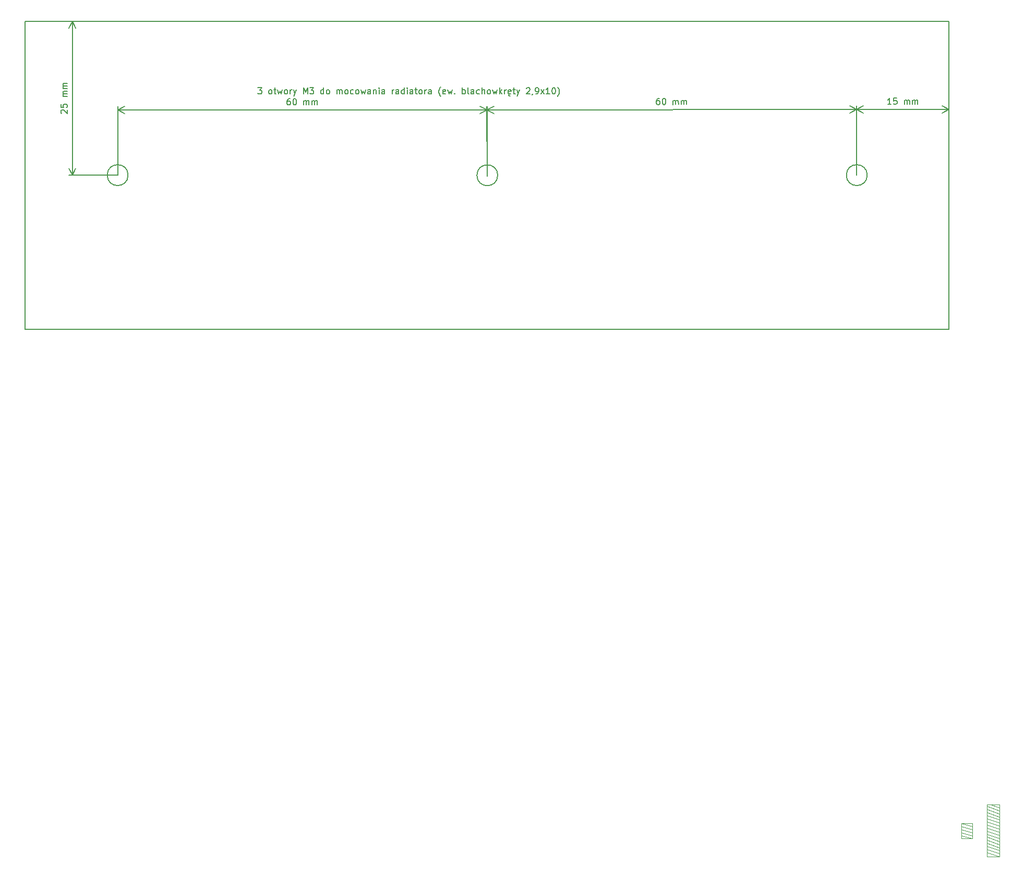
<source format=gbr>
%TF.GenerationSoftware,KiCad,Pcbnew,(5.1.12)-1*%
%TF.CreationDate,2023-01-04T10:21:47+01:00*%
%TF.ProjectId,current3Av2,63757272-656e-4743-9341-76322e6b6963,1.0*%
%TF.SameCoordinates,Original*%
%TF.FileFunction,OtherDrawing,Comment*%
%FSLAX46Y46*%
G04 Gerber Fmt 4.6, Leading zero omitted, Abs format (unit mm)*
G04 Created by KiCad (PCBNEW (5.1.12)-1) date 2023-01-04 10:21:47*
%MOMM*%
%LPD*%
G01*
G04 APERTURE LIST*
%ADD10C,0.150000*%
%ADD11C,0.100000*%
G04 APERTURE END LIST*
D10*
X37755400Y-13752580D02*
X38374447Y-13752580D01*
X38041114Y-14133533D01*
X38183971Y-14133533D01*
X38279209Y-14181152D01*
X38326828Y-14228771D01*
X38374447Y-14324009D01*
X38374447Y-14562104D01*
X38326828Y-14657342D01*
X38279209Y-14704961D01*
X38183971Y-14752580D01*
X37898257Y-14752580D01*
X37803019Y-14704961D01*
X37755400Y-14657342D01*
X39707780Y-14752580D02*
X39612542Y-14704961D01*
X39564923Y-14657342D01*
X39517304Y-14562104D01*
X39517304Y-14276390D01*
X39564923Y-14181152D01*
X39612542Y-14133533D01*
X39707780Y-14085914D01*
X39850638Y-14085914D01*
X39945876Y-14133533D01*
X39993495Y-14181152D01*
X40041114Y-14276390D01*
X40041114Y-14562104D01*
X39993495Y-14657342D01*
X39945876Y-14704961D01*
X39850638Y-14752580D01*
X39707780Y-14752580D01*
X40326828Y-14085914D02*
X40707780Y-14085914D01*
X40469685Y-13752580D02*
X40469685Y-14609723D01*
X40517304Y-14704961D01*
X40612542Y-14752580D01*
X40707780Y-14752580D01*
X40945876Y-14085914D02*
X41136352Y-14752580D01*
X41326828Y-14276390D01*
X41517304Y-14752580D01*
X41707780Y-14085914D01*
X42231590Y-14752580D02*
X42136352Y-14704961D01*
X42088733Y-14657342D01*
X42041114Y-14562104D01*
X42041114Y-14276390D01*
X42088733Y-14181152D01*
X42136352Y-14133533D01*
X42231590Y-14085914D01*
X42374447Y-14085914D01*
X42469685Y-14133533D01*
X42517304Y-14181152D01*
X42564923Y-14276390D01*
X42564923Y-14562104D01*
X42517304Y-14657342D01*
X42469685Y-14704961D01*
X42374447Y-14752580D01*
X42231590Y-14752580D01*
X42993495Y-14752580D02*
X42993495Y-14085914D01*
X42993495Y-14276390D02*
X43041114Y-14181152D01*
X43088733Y-14133533D01*
X43183971Y-14085914D01*
X43279209Y-14085914D01*
X43517304Y-14085914D02*
X43755400Y-14752580D01*
X43993495Y-14085914D02*
X43755400Y-14752580D01*
X43660161Y-14990676D01*
X43612542Y-15038295D01*
X43517304Y-15085914D01*
X45136352Y-14752580D02*
X45136352Y-13752580D01*
X45469685Y-14466866D01*
X45803019Y-13752580D01*
X45803019Y-14752580D01*
X46183971Y-13752580D02*
X46803019Y-13752580D01*
X46469685Y-14133533D01*
X46612542Y-14133533D01*
X46707780Y-14181152D01*
X46755400Y-14228771D01*
X46803019Y-14324009D01*
X46803019Y-14562104D01*
X46755400Y-14657342D01*
X46707780Y-14704961D01*
X46612542Y-14752580D01*
X46326828Y-14752580D01*
X46231590Y-14704961D01*
X46183971Y-14657342D01*
X48422066Y-14752580D02*
X48422066Y-13752580D01*
X48422066Y-14704961D02*
X48326828Y-14752580D01*
X48136352Y-14752580D01*
X48041114Y-14704961D01*
X47993495Y-14657342D01*
X47945876Y-14562104D01*
X47945876Y-14276390D01*
X47993495Y-14181152D01*
X48041114Y-14133533D01*
X48136352Y-14085914D01*
X48326828Y-14085914D01*
X48422066Y-14133533D01*
X49041114Y-14752580D02*
X48945876Y-14704961D01*
X48898257Y-14657342D01*
X48850638Y-14562104D01*
X48850638Y-14276390D01*
X48898257Y-14181152D01*
X48945876Y-14133533D01*
X49041114Y-14085914D01*
X49183971Y-14085914D01*
X49279209Y-14133533D01*
X49326828Y-14181152D01*
X49374447Y-14276390D01*
X49374447Y-14562104D01*
X49326828Y-14657342D01*
X49279209Y-14704961D01*
X49183971Y-14752580D01*
X49041114Y-14752580D01*
X50564923Y-14752580D02*
X50564923Y-14085914D01*
X50564923Y-14181152D02*
X50612542Y-14133533D01*
X50707780Y-14085914D01*
X50850638Y-14085914D01*
X50945876Y-14133533D01*
X50993495Y-14228771D01*
X50993495Y-14752580D01*
X50993495Y-14228771D02*
X51041114Y-14133533D01*
X51136352Y-14085914D01*
X51279209Y-14085914D01*
X51374447Y-14133533D01*
X51422066Y-14228771D01*
X51422066Y-14752580D01*
X52041114Y-14752580D02*
X51945876Y-14704961D01*
X51898257Y-14657342D01*
X51850638Y-14562104D01*
X51850638Y-14276390D01*
X51898257Y-14181152D01*
X51945876Y-14133533D01*
X52041114Y-14085914D01*
X52183971Y-14085914D01*
X52279209Y-14133533D01*
X52326828Y-14181152D01*
X52374447Y-14276390D01*
X52374447Y-14562104D01*
X52326828Y-14657342D01*
X52279209Y-14704961D01*
X52183971Y-14752580D01*
X52041114Y-14752580D01*
X53231590Y-14704961D02*
X53136352Y-14752580D01*
X52945876Y-14752580D01*
X52850638Y-14704961D01*
X52803019Y-14657342D01*
X52755400Y-14562104D01*
X52755400Y-14276390D01*
X52803019Y-14181152D01*
X52850638Y-14133533D01*
X52945876Y-14085914D01*
X53136352Y-14085914D01*
X53231590Y-14133533D01*
X53803019Y-14752580D02*
X53707780Y-14704961D01*
X53660161Y-14657342D01*
X53612542Y-14562104D01*
X53612542Y-14276390D01*
X53660161Y-14181152D01*
X53707780Y-14133533D01*
X53803019Y-14085914D01*
X53945876Y-14085914D01*
X54041114Y-14133533D01*
X54088733Y-14181152D01*
X54136352Y-14276390D01*
X54136352Y-14562104D01*
X54088733Y-14657342D01*
X54041114Y-14704961D01*
X53945876Y-14752580D01*
X53803019Y-14752580D01*
X54469685Y-14085914D02*
X54660161Y-14752580D01*
X54850638Y-14276390D01*
X55041114Y-14752580D01*
X55231590Y-14085914D01*
X56041114Y-14752580D02*
X56041114Y-14228771D01*
X55993495Y-14133533D01*
X55898257Y-14085914D01*
X55707780Y-14085914D01*
X55612542Y-14133533D01*
X56041114Y-14704961D02*
X55945876Y-14752580D01*
X55707780Y-14752580D01*
X55612542Y-14704961D01*
X55564923Y-14609723D01*
X55564923Y-14514485D01*
X55612542Y-14419247D01*
X55707780Y-14371628D01*
X55945876Y-14371628D01*
X56041114Y-14324009D01*
X56517304Y-14085914D02*
X56517304Y-14752580D01*
X56517304Y-14181152D02*
X56564923Y-14133533D01*
X56660161Y-14085914D01*
X56803019Y-14085914D01*
X56898257Y-14133533D01*
X56945876Y-14228771D01*
X56945876Y-14752580D01*
X57422066Y-14752580D02*
X57422066Y-14085914D01*
X57422066Y-13752580D02*
X57374447Y-13800200D01*
X57422066Y-13847819D01*
X57469685Y-13800200D01*
X57422066Y-13752580D01*
X57422066Y-13847819D01*
X58326828Y-14752580D02*
X58326828Y-14228771D01*
X58279209Y-14133533D01*
X58183971Y-14085914D01*
X57993495Y-14085914D01*
X57898257Y-14133533D01*
X58326828Y-14704961D02*
X58231590Y-14752580D01*
X57993495Y-14752580D01*
X57898257Y-14704961D01*
X57850638Y-14609723D01*
X57850638Y-14514485D01*
X57898257Y-14419247D01*
X57993495Y-14371628D01*
X58231590Y-14371628D01*
X58326828Y-14324009D01*
X59564923Y-14752580D02*
X59564923Y-14085914D01*
X59564923Y-14276390D02*
X59612542Y-14181152D01*
X59660161Y-14133533D01*
X59755400Y-14085914D01*
X59850638Y-14085914D01*
X60612542Y-14752580D02*
X60612542Y-14228771D01*
X60564923Y-14133533D01*
X60469685Y-14085914D01*
X60279209Y-14085914D01*
X60183971Y-14133533D01*
X60612542Y-14704961D02*
X60517304Y-14752580D01*
X60279209Y-14752580D01*
X60183971Y-14704961D01*
X60136352Y-14609723D01*
X60136352Y-14514485D01*
X60183971Y-14419247D01*
X60279209Y-14371628D01*
X60517304Y-14371628D01*
X60612542Y-14324009D01*
X61517304Y-14752580D02*
X61517304Y-13752580D01*
X61517304Y-14704961D02*
X61422066Y-14752580D01*
X61231590Y-14752580D01*
X61136352Y-14704961D01*
X61088733Y-14657342D01*
X61041114Y-14562104D01*
X61041114Y-14276390D01*
X61088733Y-14181152D01*
X61136352Y-14133533D01*
X61231590Y-14085914D01*
X61422066Y-14085914D01*
X61517304Y-14133533D01*
X61993495Y-14752580D02*
X61993495Y-14085914D01*
X61993495Y-13752580D02*
X61945876Y-13800200D01*
X61993495Y-13847819D01*
X62041114Y-13800200D01*
X61993495Y-13752580D01*
X61993495Y-13847819D01*
X62898257Y-14752580D02*
X62898257Y-14228771D01*
X62850638Y-14133533D01*
X62755400Y-14085914D01*
X62564923Y-14085914D01*
X62469685Y-14133533D01*
X62898257Y-14704961D02*
X62803019Y-14752580D01*
X62564923Y-14752580D01*
X62469685Y-14704961D01*
X62422066Y-14609723D01*
X62422066Y-14514485D01*
X62469685Y-14419247D01*
X62564923Y-14371628D01*
X62803019Y-14371628D01*
X62898257Y-14324009D01*
X63231590Y-14085914D02*
X63612542Y-14085914D01*
X63374447Y-13752580D02*
X63374447Y-14609723D01*
X63422066Y-14704961D01*
X63517304Y-14752580D01*
X63612542Y-14752580D01*
X64088733Y-14752580D02*
X63993495Y-14704961D01*
X63945876Y-14657342D01*
X63898257Y-14562104D01*
X63898257Y-14276390D01*
X63945876Y-14181152D01*
X63993495Y-14133533D01*
X64088733Y-14085914D01*
X64231590Y-14085914D01*
X64326828Y-14133533D01*
X64374447Y-14181152D01*
X64422066Y-14276390D01*
X64422066Y-14562104D01*
X64374447Y-14657342D01*
X64326828Y-14704961D01*
X64231590Y-14752580D01*
X64088733Y-14752580D01*
X64850638Y-14752580D02*
X64850638Y-14085914D01*
X64850638Y-14276390D02*
X64898257Y-14181152D01*
X64945876Y-14133533D01*
X65041114Y-14085914D01*
X65136352Y-14085914D01*
X65898257Y-14752580D02*
X65898257Y-14228771D01*
X65850638Y-14133533D01*
X65755400Y-14085914D01*
X65564923Y-14085914D01*
X65469685Y-14133533D01*
X65898257Y-14704961D02*
X65803019Y-14752580D01*
X65564923Y-14752580D01*
X65469685Y-14704961D01*
X65422066Y-14609723D01*
X65422066Y-14514485D01*
X65469685Y-14419247D01*
X65564923Y-14371628D01*
X65803019Y-14371628D01*
X65898257Y-14324009D01*
X67422066Y-15133533D02*
X67374447Y-15085914D01*
X67279209Y-14943057D01*
X67231590Y-14847819D01*
X67183971Y-14704961D01*
X67136352Y-14466866D01*
X67136352Y-14276390D01*
X67183971Y-14038295D01*
X67231590Y-13895438D01*
X67279209Y-13800200D01*
X67374447Y-13657342D01*
X67422066Y-13609723D01*
X68183971Y-14704961D02*
X68088733Y-14752580D01*
X67898257Y-14752580D01*
X67803019Y-14704961D01*
X67755400Y-14609723D01*
X67755400Y-14228771D01*
X67803019Y-14133533D01*
X67898257Y-14085914D01*
X68088733Y-14085914D01*
X68183971Y-14133533D01*
X68231590Y-14228771D01*
X68231590Y-14324009D01*
X67755400Y-14419247D01*
X68564923Y-14085914D02*
X68755400Y-14752580D01*
X68945876Y-14276390D01*
X69136352Y-14752580D01*
X69326828Y-14085914D01*
X69707780Y-14657342D02*
X69755400Y-14704961D01*
X69707780Y-14752580D01*
X69660161Y-14704961D01*
X69707780Y-14657342D01*
X69707780Y-14752580D01*
X70945876Y-14752580D02*
X70945876Y-13752580D01*
X70945876Y-14133533D02*
X71041114Y-14085914D01*
X71231590Y-14085914D01*
X71326828Y-14133533D01*
X71374447Y-14181152D01*
X71422066Y-14276390D01*
X71422066Y-14562104D01*
X71374447Y-14657342D01*
X71326828Y-14704961D01*
X71231590Y-14752580D01*
X71041114Y-14752580D01*
X70945876Y-14704961D01*
X71993495Y-14752580D02*
X71898257Y-14704961D01*
X71850638Y-14609723D01*
X71850638Y-13752580D01*
X72803019Y-14752580D02*
X72803019Y-14228771D01*
X72755400Y-14133533D01*
X72660161Y-14085914D01*
X72469685Y-14085914D01*
X72374447Y-14133533D01*
X72803019Y-14704961D02*
X72707780Y-14752580D01*
X72469685Y-14752580D01*
X72374447Y-14704961D01*
X72326828Y-14609723D01*
X72326828Y-14514485D01*
X72374447Y-14419247D01*
X72469685Y-14371628D01*
X72707780Y-14371628D01*
X72803019Y-14324009D01*
X73707780Y-14704961D02*
X73612542Y-14752580D01*
X73422066Y-14752580D01*
X73326828Y-14704961D01*
X73279209Y-14657342D01*
X73231590Y-14562104D01*
X73231590Y-14276390D01*
X73279209Y-14181152D01*
X73326828Y-14133533D01*
X73422066Y-14085914D01*
X73612542Y-14085914D01*
X73707780Y-14133533D01*
X74136352Y-14752580D02*
X74136352Y-13752580D01*
X74564923Y-14752580D02*
X74564923Y-14228771D01*
X74517304Y-14133533D01*
X74422066Y-14085914D01*
X74279209Y-14085914D01*
X74183971Y-14133533D01*
X74136352Y-14181152D01*
X75183971Y-14752580D02*
X75088733Y-14704961D01*
X75041114Y-14657342D01*
X74993495Y-14562104D01*
X74993495Y-14276390D01*
X75041114Y-14181152D01*
X75088733Y-14133533D01*
X75183971Y-14085914D01*
X75326828Y-14085914D01*
X75422066Y-14133533D01*
X75469685Y-14181152D01*
X75517304Y-14276390D01*
X75517304Y-14562104D01*
X75469685Y-14657342D01*
X75422066Y-14704961D01*
X75326828Y-14752580D01*
X75183971Y-14752580D01*
X75850638Y-14085914D02*
X76041114Y-14752580D01*
X76231590Y-14276390D01*
X76422066Y-14752580D01*
X76612542Y-14085914D01*
X76993495Y-14752580D02*
X76993495Y-13752580D01*
X77088733Y-14371628D02*
X77374447Y-14752580D01*
X77374447Y-14085914D02*
X76993495Y-14466866D01*
X77803019Y-14752580D02*
X77803019Y-14085914D01*
X77803019Y-14276390D02*
X77850638Y-14181152D01*
X77898257Y-14133533D01*
X77993495Y-14085914D01*
X78088733Y-14085914D01*
X78803019Y-14704961D02*
X78707780Y-14752580D01*
X78517304Y-14752580D01*
X78422066Y-14704961D01*
X78374447Y-14609723D01*
X78374447Y-14228771D01*
X78422066Y-14133533D01*
X78517304Y-14085914D01*
X78707780Y-14085914D01*
X78803019Y-14133533D01*
X78850638Y-14228771D01*
X78850638Y-14324009D01*
X78374447Y-14419247D01*
X78612542Y-14752580D02*
X78517304Y-14847819D01*
X78469685Y-14943057D01*
X78517304Y-15038295D01*
X78612542Y-15085914D01*
X78707780Y-15085914D01*
X79136352Y-14085914D02*
X79517304Y-14085914D01*
X79279209Y-13752580D02*
X79279209Y-14609723D01*
X79326828Y-14704961D01*
X79422066Y-14752580D01*
X79517304Y-14752580D01*
X79755400Y-14085914D02*
X79993495Y-14752580D01*
X80231590Y-14085914D02*
X79993495Y-14752580D01*
X79898257Y-14990676D01*
X79850638Y-15038295D01*
X79755400Y-15085914D01*
X81326828Y-13847819D02*
X81374447Y-13800200D01*
X81469685Y-13752580D01*
X81707780Y-13752580D01*
X81803019Y-13800200D01*
X81850638Y-13847819D01*
X81898257Y-13943057D01*
X81898257Y-14038295D01*
X81850638Y-14181152D01*
X81279209Y-14752580D01*
X81898257Y-14752580D01*
X82374447Y-14704961D02*
X82374447Y-14752580D01*
X82326828Y-14847819D01*
X82279209Y-14895438D01*
X82850638Y-14752580D02*
X83041114Y-14752580D01*
X83136352Y-14704961D01*
X83183971Y-14657342D01*
X83279209Y-14514485D01*
X83326828Y-14324009D01*
X83326828Y-13943057D01*
X83279209Y-13847819D01*
X83231590Y-13800200D01*
X83136352Y-13752580D01*
X82945876Y-13752580D01*
X82850638Y-13800200D01*
X82803019Y-13847819D01*
X82755400Y-13943057D01*
X82755400Y-14181152D01*
X82803019Y-14276390D01*
X82850638Y-14324009D01*
X82945876Y-14371628D01*
X83136352Y-14371628D01*
X83231590Y-14324009D01*
X83279209Y-14276390D01*
X83326828Y-14181152D01*
X83660161Y-14752580D02*
X84183971Y-14085914D01*
X83660161Y-14085914D02*
X84183971Y-14752580D01*
X85088733Y-14752580D02*
X84517304Y-14752580D01*
X84803019Y-14752580D02*
X84803019Y-13752580D01*
X84707780Y-13895438D01*
X84612542Y-13990676D01*
X84517304Y-14038295D01*
X85707780Y-13752580D02*
X85803019Y-13752580D01*
X85898257Y-13800200D01*
X85945876Y-13847819D01*
X85993495Y-13943057D01*
X86041114Y-14133533D01*
X86041114Y-14371628D01*
X85993495Y-14562104D01*
X85945876Y-14657342D01*
X85898257Y-14704961D01*
X85803019Y-14752580D01*
X85707780Y-14752580D01*
X85612542Y-14704961D01*
X85564923Y-14657342D01*
X85517304Y-14562104D01*
X85469685Y-14371628D01*
X85469685Y-14133533D01*
X85517304Y-13943057D01*
X85564923Y-13847819D01*
X85612542Y-13800200D01*
X85707780Y-13752580D01*
X86374447Y-15133533D02*
X86422066Y-15085914D01*
X86517304Y-14943057D01*
X86564923Y-14847819D01*
X86612542Y-14704961D01*
X86660161Y-14466866D01*
X86660161Y-14276390D01*
X86612542Y-14038295D01*
X86564923Y-13895438D01*
X86517304Y-13800200D01*
X86422066Y-13657342D01*
X86374447Y-13609723D01*
X16680391Y-27940000D02*
G75*
G03*
X16680391Y-27940000I-1694391J0D01*
G01*
X76669470Y-27965400D02*
G75*
G03*
X76669470Y-27965400I-1688670J0D01*
G01*
X136644591Y-27940000D02*
G75*
G03*
X136644591Y-27940000I-1694391J0D01*
G01*
X149910800Y-52959000D02*
X149936200Y-2946400D01*
X-50800Y-52959000D02*
X149910800Y-52959000D01*
X-76200Y-2946400D02*
X-50800Y-52959000D01*
X149936200Y-2946400D02*
X-76200Y-2946400D01*
X5867619Y-17906690D02*
X5820000Y-17859071D01*
X5772380Y-17763833D01*
X5772380Y-17525738D01*
X5820000Y-17430500D01*
X5867619Y-17382880D01*
X5962857Y-17335261D01*
X6058095Y-17335261D01*
X6200952Y-17382880D01*
X6772380Y-17954309D01*
X6772380Y-17335261D01*
X5772380Y-16430500D02*
X5772380Y-16906690D01*
X6248571Y-16954309D01*
X6200952Y-16906690D01*
X6153333Y-16811452D01*
X6153333Y-16573357D01*
X6200952Y-16478119D01*
X6248571Y-16430500D01*
X6343809Y-16382880D01*
X6581904Y-16382880D01*
X6677142Y-16430500D01*
X6724761Y-16478119D01*
X6772380Y-16573357D01*
X6772380Y-16811452D01*
X6724761Y-16906690D01*
X6677142Y-16954309D01*
X6772380Y-15192404D02*
X6105714Y-15192404D01*
X6200952Y-15192404D02*
X6153333Y-15144785D01*
X6105714Y-15049547D01*
X6105714Y-14906690D01*
X6153333Y-14811452D01*
X6248571Y-14763833D01*
X6772380Y-14763833D01*
X6248571Y-14763833D02*
X6153333Y-14716214D01*
X6105714Y-14620976D01*
X6105714Y-14478119D01*
X6153333Y-14382880D01*
X6248571Y-14335261D01*
X6772380Y-14335261D01*
X6772380Y-13859071D02*
X6105714Y-13859071D01*
X6200952Y-13859071D02*
X6153333Y-13811452D01*
X6105714Y-13716214D01*
X6105714Y-13573357D01*
X6153333Y-13478119D01*
X6248571Y-13430500D01*
X6772380Y-13430500D01*
X6248571Y-13430500D02*
X6153333Y-13382880D01*
X6105714Y-13287642D01*
X6105714Y-13144785D01*
X6153333Y-13049547D01*
X6248571Y-13001928D01*
X6772380Y-13001928D01*
X7620000Y-27940000D02*
X7620000Y-2921000D01*
X14986000Y-27940000D02*
X7033579Y-27940000D01*
X14986000Y-2921000D02*
X7033579Y-2921000D01*
X7620000Y-2921000D02*
X8206421Y-4047504D01*
X7620000Y-2921000D02*
X7033579Y-4047504D01*
X7620000Y-27940000D02*
X8206421Y-26813496D01*
X7620000Y-27940000D02*
X7033579Y-26813496D01*
X42958000Y-15528193D02*
X42767523Y-15528193D01*
X42672285Y-15575813D01*
X42624666Y-15623432D01*
X42529428Y-15766289D01*
X42481809Y-15956765D01*
X42481809Y-16337717D01*
X42529428Y-16432955D01*
X42577047Y-16480574D01*
X42672285Y-16528193D01*
X42862761Y-16528193D01*
X42958000Y-16480574D01*
X43005619Y-16432955D01*
X43053238Y-16337717D01*
X43053238Y-16099622D01*
X43005619Y-16004384D01*
X42958000Y-15956765D01*
X42862761Y-15909146D01*
X42672285Y-15909146D01*
X42577047Y-15956765D01*
X42529428Y-16004384D01*
X42481809Y-16099622D01*
X43672285Y-15528193D02*
X43767523Y-15528193D01*
X43862761Y-15575813D01*
X43910380Y-15623432D01*
X43958000Y-15718670D01*
X44005619Y-15909146D01*
X44005619Y-16147241D01*
X43958000Y-16337717D01*
X43910380Y-16432955D01*
X43862761Y-16480574D01*
X43767523Y-16528193D01*
X43672285Y-16528193D01*
X43577047Y-16480574D01*
X43529428Y-16432955D01*
X43481809Y-16337717D01*
X43434190Y-16147241D01*
X43434190Y-15909146D01*
X43481809Y-15718670D01*
X43529428Y-15623432D01*
X43577047Y-15575813D01*
X43672285Y-15528193D01*
X45196095Y-16528193D02*
X45196095Y-15861527D01*
X45196095Y-15956765D02*
X45243714Y-15909146D01*
X45338952Y-15861527D01*
X45481809Y-15861527D01*
X45577047Y-15909146D01*
X45624666Y-16004384D01*
X45624666Y-16528193D01*
X45624666Y-16004384D02*
X45672285Y-15909146D01*
X45767523Y-15861527D01*
X45910380Y-15861527D01*
X46005619Y-15909146D01*
X46053238Y-16004384D01*
X46053238Y-16528193D01*
X46529428Y-16528193D02*
X46529428Y-15861527D01*
X46529428Y-15956765D02*
X46577047Y-15909146D01*
X46672285Y-15861527D01*
X46815142Y-15861527D01*
X46910380Y-15909146D01*
X46958000Y-16004384D01*
X46958000Y-16528193D01*
X46958000Y-16004384D02*
X47005619Y-15909146D01*
X47100857Y-15861527D01*
X47243714Y-15861527D01*
X47338952Y-15909146D01*
X47386571Y-16004384D01*
X47386571Y-16528193D01*
X74930000Y-17375813D02*
X14986000Y-17375813D01*
X74930000Y-27940000D02*
X74930000Y-16789392D01*
X14986000Y-27940000D02*
X14986000Y-16789392D01*
X14986000Y-17375813D02*
X16112504Y-16789392D01*
X14986000Y-17375813D02*
X16112504Y-17962234D01*
X74930000Y-17375813D02*
X73803496Y-16789392D01*
X74930000Y-17375813D02*
X73803496Y-17962234D01*
X102903665Y-15468187D02*
X102713189Y-15468519D01*
X102618034Y-15516305D01*
X102570498Y-15564007D01*
X102475510Y-15707030D01*
X102428223Y-15897589D01*
X102428888Y-16278541D01*
X102476673Y-16373695D01*
X102524375Y-16421231D01*
X102619696Y-16468684D01*
X102810172Y-16468352D01*
X102905327Y-16420566D01*
X102952863Y-16372864D01*
X103000316Y-16277543D01*
X102999900Y-16039448D01*
X102952115Y-15944294D01*
X102904413Y-15896758D01*
X102809092Y-15849305D01*
X102618616Y-15849637D01*
X102523461Y-15897423D01*
X102475925Y-15945125D01*
X102428472Y-16040446D01*
X103617949Y-15466940D02*
X103713187Y-15466774D01*
X103808508Y-15514227D01*
X103856210Y-15561763D01*
X103903996Y-15656918D01*
X103951947Y-15847310D01*
X103952363Y-16085405D01*
X103905076Y-16275964D01*
X103857623Y-16371285D01*
X103810088Y-16418987D01*
X103714933Y-16466773D01*
X103619695Y-16466939D01*
X103524374Y-16419486D01*
X103476672Y-16371950D01*
X103428886Y-16276795D01*
X103380935Y-16086403D01*
X103380519Y-15848308D01*
X103427806Y-15657749D01*
X103475259Y-15562428D01*
X103522795Y-15514725D01*
X103617949Y-15466940D01*
X105143502Y-16464279D02*
X105142338Y-15797614D01*
X105142505Y-15892852D02*
X105190040Y-15845149D01*
X105285195Y-15797364D01*
X105428052Y-15797115D01*
X105523373Y-15844568D01*
X105571158Y-15939722D01*
X105572073Y-16463531D01*
X105571158Y-15939722D02*
X105618611Y-15844401D01*
X105713766Y-15796616D01*
X105856623Y-15796367D01*
X105951944Y-15843820D01*
X105999729Y-15938974D01*
X106000643Y-16462783D01*
X106476833Y-16461952D02*
X106475670Y-15795286D01*
X106475836Y-15890524D02*
X106523372Y-15842822D01*
X106618527Y-15795037D01*
X106761384Y-15794788D01*
X106856705Y-15842241D01*
X106904490Y-15937395D01*
X106905404Y-16461204D01*
X106904490Y-15937395D02*
X106951943Y-15842074D01*
X107047097Y-15794289D01*
X107189954Y-15794040D01*
X107285275Y-15841493D01*
X107333061Y-15936647D01*
X107333975Y-16460456D01*
X134907370Y-17248812D02*
X74907370Y-17375812D01*
X134930000Y-27940000D02*
X134906129Y-16662393D01*
X74930000Y-28067000D02*
X74906129Y-16789393D01*
X74907370Y-17375812D02*
X76032630Y-16787008D01*
X74907370Y-17375812D02*
X76035112Y-17959847D01*
X134907370Y-17248812D02*
X133779628Y-16664777D01*
X134907370Y-17248812D02*
X133782110Y-17837616D01*
X140525238Y-16424380D02*
X139953809Y-16424380D01*
X140239523Y-16424380D02*
X140239523Y-15424380D01*
X140144285Y-15567238D01*
X140049047Y-15662476D01*
X139953809Y-15710095D01*
X141430000Y-15424380D02*
X140953809Y-15424380D01*
X140906190Y-15900571D01*
X140953809Y-15852952D01*
X141049047Y-15805333D01*
X141287142Y-15805333D01*
X141382380Y-15852952D01*
X141430000Y-15900571D01*
X141477619Y-15995809D01*
X141477619Y-16233904D01*
X141430000Y-16329142D01*
X141382380Y-16376761D01*
X141287142Y-16424380D01*
X141049047Y-16424380D01*
X140953809Y-16376761D01*
X140906190Y-16329142D01*
X142668095Y-16424380D02*
X142668095Y-15757714D01*
X142668095Y-15852952D02*
X142715714Y-15805333D01*
X142810952Y-15757714D01*
X142953809Y-15757714D01*
X143049047Y-15805333D01*
X143096666Y-15900571D01*
X143096666Y-16424380D01*
X143096666Y-15900571D02*
X143144285Y-15805333D01*
X143239523Y-15757714D01*
X143382380Y-15757714D01*
X143477619Y-15805333D01*
X143525238Y-15900571D01*
X143525238Y-16424380D01*
X144001428Y-16424380D02*
X144001428Y-15757714D01*
X144001428Y-15852952D02*
X144049047Y-15805333D01*
X144144285Y-15757714D01*
X144287142Y-15757714D01*
X144382380Y-15805333D01*
X144430000Y-15900571D01*
X144430000Y-16424380D01*
X144430000Y-15900571D02*
X144477619Y-15805333D01*
X144572857Y-15757714D01*
X144715714Y-15757714D01*
X144810952Y-15805333D01*
X144858571Y-15900571D01*
X144858571Y-16424380D01*
X149930000Y-17272000D02*
X134930000Y-17272000D01*
X149930000Y-27940000D02*
X149930000Y-16685579D01*
X134930000Y-27940000D02*
X134930000Y-16685579D01*
X134930000Y-17272000D02*
X136056504Y-16685579D01*
X134930000Y-17272000D02*
X136056504Y-17858421D01*
X149930000Y-17272000D02*
X148803496Y-16685579D01*
X149930000Y-17272000D02*
X148803496Y-17858421D01*
D11*
X153740000Y-133803000D02*
X151890000Y-133303000D01*
X151890000Y-133803000D02*
X153740000Y-134303000D01*
X153740000Y-134803000D02*
X151890000Y-134303000D01*
X151890000Y-134803000D02*
X153740000Y-135303000D01*
X153740000Y-135703000D02*
X151890000Y-135303000D01*
X153740000Y-133253000D02*
X151890000Y-133253000D01*
X151890000Y-135753000D02*
X153740000Y-135753000D01*
X156090000Y-137003000D02*
X156090000Y-136503000D01*
X158090000Y-137703000D02*
X156090000Y-137003000D01*
X156090000Y-138003000D02*
X156090000Y-137503000D01*
X158090000Y-138703000D02*
X156090000Y-138003000D01*
X156090000Y-138703000D02*
X158090000Y-138703000D01*
X156090000Y-138703000D02*
X156090000Y-130203000D01*
X153740000Y-133253000D02*
X153740000Y-135753000D01*
X158090000Y-138703000D02*
X158090000Y-130203000D01*
X158090000Y-138203000D02*
X156090000Y-137503000D01*
X158090000Y-137203000D02*
X156090000Y-136503000D01*
X158090000Y-136703000D02*
X156090000Y-136003000D01*
X158090000Y-136203000D02*
X156090000Y-135503000D01*
X158090000Y-135703000D02*
X156090000Y-135003000D01*
X158090000Y-135203000D02*
X156090000Y-134503000D01*
X158090000Y-134703000D02*
X156090000Y-134003000D01*
X158090000Y-134203000D02*
X156090000Y-133503000D01*
X158090000Y-133703000D02*
X156090000Y-133003000D01*
X158090000Y-133203000D02*
X156090000Y-132503000D01*
X158090000Y-132703000D02*
X156090000Y-132003000D01*
X158090000Y-132203000D02*
X156090000Y-131503000D01*
X158090000Y-131703000D02*
X156090000Y-131003000D01*
X158090000Y-131203000D02*
X156090000Y-130503000D01*
X158090000Y-130703000D02*
X156640000Y-130203000D01*
X158090000Y-130203000D02*
X156090000Y-130203000D01*
X151890000Y-133253000D02*
X151890000Y-135753000D01*
M02*

</source>
